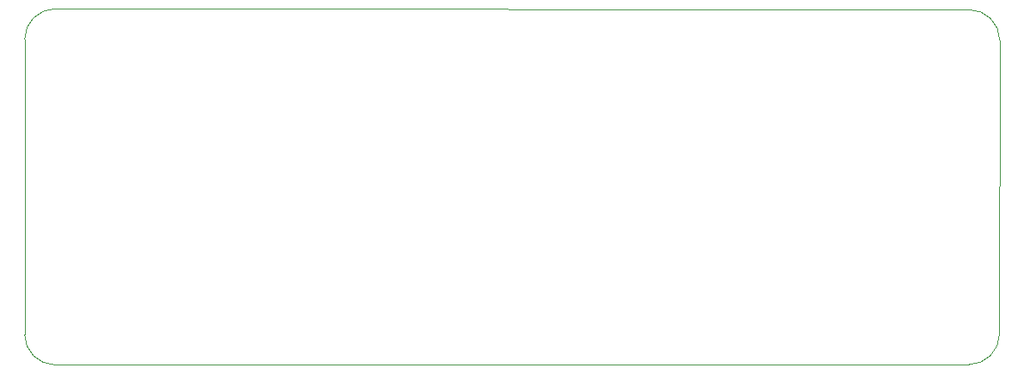
<source format=gbr>
%TF.GenerationSoftware,KiCad,Pcbnew,9.0.4*%
%TF.CreationDate,2025-11-01T22:13:15-04:00*%
%TF.ProjectId,power_distribution,706f7765-725f-4646-9973-747269627574,v1*%
%TF.SameCoordinates,Original*%
%TF.FileFunction,Profile,NP*%
%FSLAX46Y46*%
G04 Gerber Fmt 4.6, Leading zero omitted, Abs format (unit mm)*
G04 Created by KiCad (PCBNEW 9.0.4) date 2025-11-01 22:13:15*
%MOMM*%
%LPD*%
G01*
G04 APERTURE LIST*
%TA.AperFunction,Profile*%
%ADD10C,0.050000*%
%TD*%
G04 APERTURE END LIST*
D10*
X104950000Y-12100000D02*
X15021419Y-12019640D01*
X15021320Y-47078680D02*
X104933274Y-47049973D01*
X107933274Y-44050000D02*
G75*
G02*
X104933274Y-47049974I-2999974J0D01*
G01*
X15021320Y-47078680D02*
G75*
G02*
X12021320Y-44078680I0J3000000D01*
G01*
X104950000Y-12100000D02*
G75*
G02*
X107950000Y-15100000I0J-3000000D01*
G01*
X12021320Y-15021320D02*
G75*
G02*
X15021320Y-12021320I3000000J0D01*
G01*
X107950000Y-15100000D02*
X107933274Y-44050000D01*
X12021320Y-15021320D02*
X12021320Y-44078680D01*
M02*

</source>
